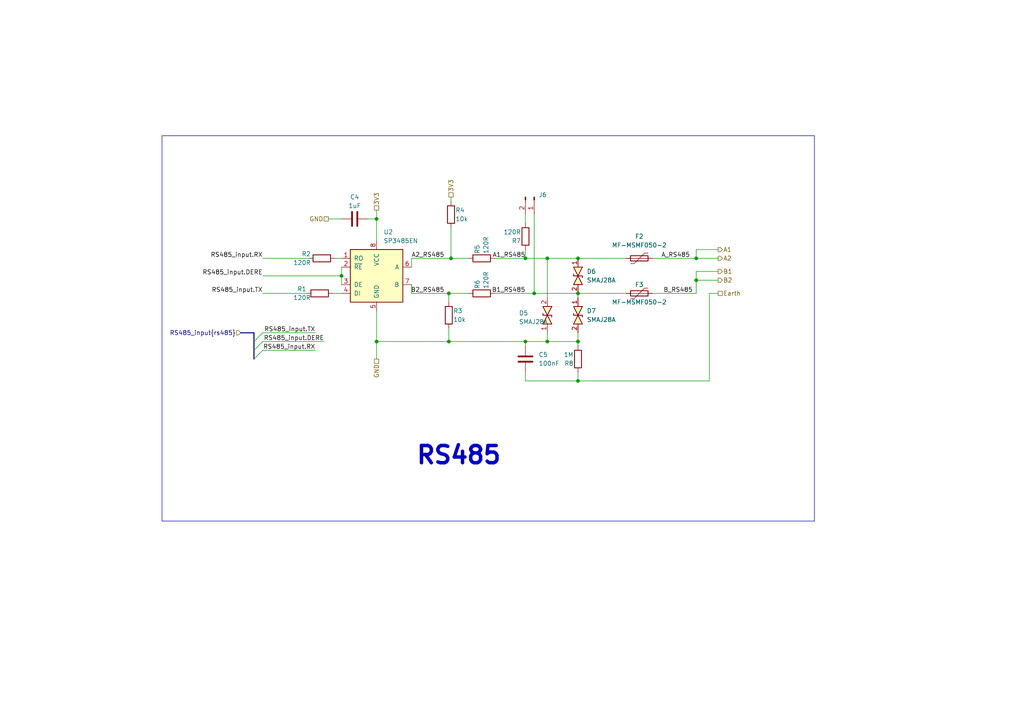
<source format=kicad_sch>
(kicad_sch (version 20231120) (generator "eeschema") (generator_version "8.0")
  (paper "A4")
  (lib_symbols
    (symbol "Connector:Conn_01x02_Male" (pin_names (offset 1.016) hide)
      (property "Reference" "J" (at 0 2.54 0))
      (property "Value" "Conn_01x02_Male" (at 0 -5.08 0))
      (symbol "Conn_01x02_Male_1_1"
        (polyline (pts (xy 1.27 -2.54) (xy 0.8636 -2.54)) (stroke (width 0.1524)))
        (polyline (pts (xy 1.27 0) (xy 0.8636 0)) (stroke (width 0.1524)))
        (rectangle (start 0.8636 -2.413) (end 0 -2.667) (stroke (width 0.1524)) (fill (type outline)))
        (rectangle (start 0.8636 0.127) (end 0 -0.127) (stroke (width 0.1524)) (fill (type outline)))
        (pin passive line (at 5.08 0 180) (length 3.81) (name "Pin_1") (number "1"))
        (pin passive line (at 5.08 -2.54 180) (length 3.81) (name "Pin_2") (number "2"))
      )
    )
    (symbol "Device:C" (pin_numbers hide) (pin_names (offset 0.254))
      (property "Reference" "C" (at 0.635 2.54 0))
      (property "Value" "C" (at 0.635 -2.54 0))
      (symbol "C_0_1"
        (polyline (pts (xy -2.032 -0.762) (xy 2.032 -0.762)) (stroke (width 0.508)))
        (polyline (pts (xy -2.032 0.762) (xy 2.032 0.762)) (stroke (width 0.508)))
      )
      (symbol "C_1_1"
        (pin passive line (at 0 3.81 270) (length 2.794) (name "~") (number "1"))
        (pin passive line (at 0 -3.81 90) (length 2.794) (name "~") (number "2"))
      )
    )
    (symbol "Device:Polyfuse" (pin_numbers hide) (pin_names (offset 0))
      (property "Reference" "F" (at -2.54 0 90))
      (property "Value" "Polyfuse" (at 2.54 0 90))
      (symbol "Polyfuse_0_1"
        (rectangle (start -0.762 2.54) (end 0.762 -2.54) (stroke (width 0.254)))
        (polyline (pts (xy 0 2.54) (xy 0 -2.54)))
        (polyline (pts (xy -1.524 2.54) (xy -1.524 1.524) (xy 1.524 -1.524) (xy 1.524 -2.54)))
      )
      (symbol "Polyfuse_1_1"
        (pin passive line (at 0 3.81 270) (length 1.27) (name "~") (number "1"))
        (pin passive line (at 0 -3.81 90) (length 1.27) (name "~") (number "2"))
      )
    )
    (symbol "Device:R" (pin_numbers hide) (pin_names (offset 0))
      (property "Reference" "R" (at 2.032 0 90))
      (property "Value" "R" (at 0 0 90))
      (symbol "R_0_1"
        (rectangle (start -1.016 -2.54) (end 1.016 2.54) (stroke (width 0.254)))
      )
      (symbol "R_1_1"
        (pin passive line (at 0 3.81 270) (length 1.27) (name "~") (number "1"))
        (pin passive line (at 0 -3.81 90) (length 1.27) (name "~") (number "2"))
      )
    )
    (symbol "IVS_SYMBOL_DIR:D_TVS"
      (property "Reference" "D" (at 0 2.286 0))
      (property "Value" "D_TVS" (at 0 -2.794 0))
      (symbol "D_TVS_0_1"
        (polyline (pts (xy -2.54 1.27) (xy 0 0) (xy -2.54 -1.27) (xy -2.54 1.27)) (stroke (width 0.254)) (fill (type background)))
        (polyline (pts (xy 0.508 1.27) (xy 0 1.27) (xy 0 -1.27) (xy -0.508 -1.27)) (stroke (width 0.254)))
        (polyline (pts (xy 2.54 -1.27) (xy 0 0) (xy 2.54 1.27) (xy 2.54 -1.27)) (stroke (width 0.254)) (fill (type background)))
      )
      (symbol "D_TVS_1_1"
        (pin passive line (at 5.08 0 180) (length 2.54) (name "") (number "1"))
        (pin passive line (at -5.08 0 0) (length 2.54) (name "") (number "2"))
      )
    )
    (symbol "Interface_UART:SP3485EN" (pin_names (offset 1.016))
      (property "Reference" "U" (at -7.62 8.89 0))
      (property "Value" "SP3485EN" (at 2.54 8.89 0))
      (symbol "SP3485EN_0_1"
        (rectangle (start -7.62 7.62) (end 7.62 -7.62) (stroke (width 0.254)) (fill (type background)))
      )
      (symbol "SP3485EN_1_1"
        (pin output line (at -10.16 5.08 0) (length 2.54) (name "RO") (number "1"))
        (pin input line (at -10.16 2.54 0) (length 2.54) (name "~{RE}") (number "2"))
        (pin input line (at -10.16 -2.54 0) (length 2.54) (name "DE") (number "3"))
        (pin input line (at -10.16 -5.08 0) (length 2.54) (name "DI") (number "4"))
        (pin power_in line (at 0 -10.16 90) (length 2.54) (name "GND") (number "5"))
        (pin bidirectional line (at 10.16 2.54 180) (length 2.54) (name "A") (number "6"))
        (pin bidirectional line (at 10.16 -2.54 180) (length 2.54) (name "B") (number "7"))
        (pin power_in line (at 0 10.16 270) (length 2.54) (name "VCC") (number "8"))
      )
    )
  )
  (junction (at 167.64 74.93))
  (junction (at 130.81 74.93))
  (junction (at 167.64 110.49))
  (junction (at 201.93 74.93))
  (junction (at 152.4 99.06))
  (junction (at 99.06 80.01))
  (junction (at 167.64 99.06))
  (junction (at 158.75 99.06))
  (junction (at 109.22 99.06))
  (junction (at 201.93 81.28))
  (junction (at 154.94 85.09))
  (junction (at 167.64 85.09))
  (junction (at 152.4 74.93))
  (junction (at 158.75 74.93))
  (junction (at 109.22 63.5))
  (junction (at 130.175 99.06))
  (junction (at 130.175 85.09))
  (bus_entry (at 76.2 96.52) (size -2.54 2.54))
  (bus_entry (at 76.2 99.06) (size -2.54 2.54))
  (bus_entry (at 76.2 101.6) (size -2.54 2.54))
  (wire (pts (xy 201.93 81.28) (xy 208.28 81.28)))
  (wire (pts (xy 76.2 96.52) (xy 91.44 96.52)))
  (wire (pts (xy 130.81 57.15) (xy 130.81 58.42)))
  (wire (pts (xy 152.4 72.39) (xy 152.4 74.93)))
  (polyline (pts (xy 46.99 151.13) (xy 236.22 151.13)))
  (wire (pts (xy 167.64 85.09) (xy 167.64 86.36)))
  (wire (pts (xy 119.38 74.93) (xy 130.81 74.93)))
  (wire (pts (xy 201.93 85.09) (xy 201.93 81.28)))
  (wire (pts (xy 130.81 66.04) (xy 130.81 74.93)))
  (wire (pts (xy 167.64 74.93) (xy 181.61 74.93)))
  (wire (pts (xy 152.4 110.49) (xy 167.64 110.49)))
  (wire (pts (xy 167.64 110.49) (xy 205.74 110.49)))
  (wire (pts (xy 130.81 74.93) (xy 135.89 74.93)))
  (wire (pts (xy 99.06 80.01) (xy 99.06 82.55)))
  (wire (pts (xy 97.155 74.93) (xy 99.06 74.93)))
  (wire (pts (xy 152.4 74.93) (xy 158.75 74.93)))
  (polyline (pts (xy 46.99 39.37) (xy 46.99 151.13)))
  (wire (pts (xy 143.51 74.93) (xy 152.4 74.93)))
  (wire (pts (xy 109.22 60.96) (xy 109.22 63.5)))
  (wire (pts (xy 95.25 63.5) (xy 99.06 63.5)))
  (wire (pts (xy 143.51 85.09) (xy 154.94 85.09)))
  (wire (pts (xy 106.68 63.5) (xy 109.22 63.5)))
  (wire (pts (xy 109.22 99.06) (xy 130.175 99.06)))
  (wire (pts (xy 205.74 110.49) (xy 205.74 85.09)))
  (wire (pts (xy 167.64 85.09) (xy 181.61 85.09)))
  (polyline (pts (xy 46.99 39.37) (xy 236.22 39.37)))
  (wire (pts (xy 119.38 82.55) (xy 119.38 85.09)))
  (wire (pts (xy 152.4 99.06) (xy 152.4 100.33)))
  (wire (pts (xy 119.38 77.47) (xy 119.38 74.93)))
  (wire (pts (xy 189.23 74.93) (xy 201.93 74.93)))
  (wire (pts (xy 130.175 85.09) (xy 130.175 87.63)))
  (bus (pts (xy 73.66 104.14) (xy 73.66 101.6)))
  (wire (pts (xy 99.06 77.47) (xy 99.06 80.01)))
  (wire (pts (xy 167.64 107.95) (xy 167.64 110.49)))
  (wire (pts (xy 130.175 99.06) (xy 152.4 99.06)))
  (wire (pts (xy 152.4 62.23) (xy 152.4 64.77)))
  (wire (pts (xy 189.23 85.09) (xy 201.93 85.09)))
  (wire (pts (xy 154.94 62.23) (xy 154.94 85.09)))
  (wire (pts (xy 76.2 101.6) (xy 91.44 101.6)))
  (wire (pts (xy 158.75 74.93) (xy 167.64 74.93)))
  (wire (pts (xy 208.28 72.39) (xy 201.93 72.39)))
  (wire (pts (xy 201.93 72.39) (xy 201.93 74.93)))
  (wire (pts (xy 76.2 85.09) (xy 88.9 85.09)))
  (wire (pts (xy 76.2 74.93) (xy 89.535 74.93)))
  (wire (pts (xy 158.75 96.52) (xy 158.75 99.06)))
  (wire (pts (xy 119.38 85.09) (xy 130.175 85.09)))
  (wire (pts (xy 205.74 85.09) (xy 208.28 85.09)))
  (wire (pts (xy 154.94 85.09) (xy 167.64 85.09)))
  (bus (pts (xy 73.66 99.06) (xy 73.66 96.52)))
  (wire (pts (xy 76.2 80.01) (xy 99.06 80.01)))
  (wire (pts (xy 109.22 99.06) (xy 109.22 90.17)))
  (wire (pts (xy 130.175 95.25) (xy 130.175 99.06)))
  (bus (pts (xy 69.85 96.52) (xy 73.66 96.52)))
  (wire (pts (xy 109.22 63.5) (xy 109.22 69.85)))
  (wire (pts (xy 152.4 107.95) (xy 152.4 110.49)))
  (wire (pts (xy 96.52 85.09) (xy 99.06 85.09)))
  (wire (pts (xy 76.2 99.06) (xy 93.98 99.06)))
  (wire (pts (xy 158.75 99.06) (xy 167.64 99.06)))
  (wire (pts (xy 201.93 74.93) (xy 208.28 74.93)))
  (wire (pts (xy 201.93 78.74) (xy 201.93 81.28)))
  (wire (pts (xy 167.64 99.06) (xy 167.64 100.33)))
  (wire (pts (xy 158.75 74.93) (xy 158.75 86.36)))
  (wire (pts (xy 109.22 99.06) (xy 109.22 104.14)))
  (wire (pts (xy 167.64 96.52) (xy 167.64 99.06)))
  (wire (pts (xy 152.4 99.06) (xy 158.75 99.06)))
  (polyline (pts (xy 236.22 151.13) (xy 236.22 39.37)))
  (wire (pts (xy 208.28 78.74) (xy 201.93 78.74)))
  (wire (pts (xy 130.175 85.09) (xy 135.89 85.09)))
  (bus (pts (xy 73.66 101.6) (xy 73.66 99.06)))
  (text "RS485" (at 120.396 135.128 0) (effects (font (size 5 5) (bold yes)) (justify left bottom)))
  (label "B2_RS485" (at 128.905 85.09 180))
  (label "B_RS485" (at 192.405 85.09 0))
  (label "RS485_input.RX" (at 76.2 74.93 180))
  (label "RS485_input.RX" (at 91.44 101.6 180))
  (label "A_RS485" (at 191.77 74.93 0))
  (label "RS485_input.DERE" (at 93.98 99.06 180))
  (label "RS485_input.DERE" (at 76.2 80.01 180))
  (label "RS485_input.TX" (at 76.2 85.09 180))
  (label "RS485_input.TX" (at 91.44 96.52 180))
  (label "A1_RS485" (at 152.4 74.93 180))
  (label "B1_RS485" (at 152.4 85.09 180))
  (label "A2_RS485" (at 128.905 74.93 180))
  (hierarchical_label "GND" (shape passive) (at 95.25 63.5 180))
  (hierarchical_label "A1" (shape output) (at 208.28 72.39 0))
  (hierarchical_label "3V3" (shape passive) (at 130.81 57.15 90))
  (hierarchical_label "RS485_input{rs485}" (shape input) (at 69.85 96.52 180))
  (hierarchical_label "3V3" (shape passive) (at 109.22 60.96 90))
  (hierarchical_label "A2" (shape output) (at 208.28 74.93 0))
  (hierarchical_label "B1" (shape output) (at 208.28 78.74 0))
  (hierarchical_label "GND" (shape passive) (at 109.22 104.14 270))
  (hierarchical_label "Earth" (shape passive) (at 208.28 85.09 0))
  (hierarchical_label "B2" (shape output) (at 208.28 81.28 0))
  (symbol (lib_id "Device:R") (at 139.7 85.09 90) (unit 1)
    (property "Reference" "R6" (at 138.43 83.82 0) (effects (justify left)))
    (property "Value" "120R" (at 140.97 83.82 0) (effects (justify left)))
    (property "Footprint" "SpiritBoi_Footprint_Library:R_0603" (effects (hide yes)))
    (instances (project "DongTamV2" (path "" (reference "R6") (unit 1))) (project "dongtam" (path "" (reference "R?") (unit 1))))
  )
  (symbol (lib_id "Device:C") (at 102.87 63.5 90) (unit 1)
    (property "Reference" "C4" (at 102.8763 57.15 90))
    (property "Value" "1uF" (at 102.8763 59.69 90))
    (property "Footprint" "SpiritBoi_Footprint_Library:C_0603" (effects (hide yes)))
    (instances (project "DongTamV2" (path "" (reference "C4") (unit 1))) (project "dongtam" (path "" (reference "C?") (unit 1))))
  )
  (symbol (lib_id "Device:R") (at 139.7 74.93 90) (unit 1)
    (property "Reference" "R5" (at 138.43 73.66 0) (effects (justify left)))
    (property "Value" "120R" (at 140.97 73.66 0) (effects (justify left)))
    (property "Footprint" "SpiritBoi_Footprint_Library:R_0603" (effects (hide yes)))
    (instances (project "DongTamV2" (path "" (reference "R5") (unit 1))) (project "dongtam" (path "" (reference "R?") (unit 1))))
  )
  (symbol (lib_id "IVS_SYMBOL_DIR:D_TVS") (at 167.64 91.44 90) (unit 1)
    (property "Reference" "D7" (at 170.18 90.1699 90) (effects (justify right)))
    (property "Value" "SMAJ28A" (at 170.18 92.7099 90) (effects (justify right)))
    (property "Footprint" "SpiritBoi_Footprint_Library:Package-Diode-D_SMA" (effects (hide yes)))
    (instances (project "DongTamV2" (path "" (reference "D7") (unit 1))) (project "dongtam" (path "" (reference "D?") (unit 1))))
  )
  (symbol (lib_id "Device:R") (at 130.175 91.44 0) (unit 1)
    (property "Reference" "R3" (at 131.445 90.17 0) (effects (justify left)))
    (property "Value" "10k" (at 131.445 92.71 0) (effects (justify left)))
    (property "Footprint" "SpiritBoi_Footprint_Library:R_0603" (effects (hide yes)))
    (instances (project "DongTamV2" (path "" (reference "R3") (unit 1))) (project "dongtam" (path "" (reference "R?") (unit 1))))
  )
  (symbol (lib_id "IVS_SYMBOL_DIR:D_TVS") (at 167.64 80.01 90) (unit 1)
    (property "Reference" "D6" (at 170.18 78.7399 90) (effects (justify right)))
    (property "Value" "SMAJ28A" (at 170.18 81.2799 90) (effects (justify right)))
    (property "Footprint" "SpiritBoi_Footprint_Library:Package-Diode-D_SMA" (effects (hide yes)))
    (instances (project "DongTamV2" (path "" (reference "D6") (unit 1))) (project "dongtam" (path "" (reference "D?") (unit 1))))
  )
  (symbol (lib_id "Device:R") (at 167.64 104.14 180) (unit 1)
    (property "Reference" "R8" (at 166.37 105.41 0) (effects (justify left)))
    (property "Value" "1M" (at 166.37 102.87 0) (effects (justify left)))
    (property "Footprint" "SpiritBoi_Footprint_Library:R_0603" (effects (hide yes)))
    (instances (project "DongTamV2" (path "" (reference "R8") (unit 1))) (project "dongtam" (path "" (reference "R?") (unit 1))))
  )
  (symbol (lib_id "Device:C") (at 152.4 104.14 180) (unit 1)
    (property "Reference" "C5" (at 156.21 102.8699 0) (effects (justify right)))
    (property "Value" "100nF" (at 156.21 105.4099 0) (effects (justify right)))
    (property "Footprint" "SpiritBoi_Footprint_Library:C_0603" (effects (hide yes)))
    (instances (project "DongTamV2" (path "" (reference "C5") (unit 1))) (project "dongtam" (path "" (reference "C?") (unit 1))))
  )
  (symbol (lib_id "Connector:Conn_01x02_Male") (at 154.94 57.15 270) (unit 1)
    (property "Reference" "J6" (at 156.21 56.5149 90) (effects (justify left)))
    (property "Value" "Conn_01x02_Male" (effects (hide yes)))
    (property "Footprint" "Connector_PinHeader_2.54mm:PinHeader_1x02_P2.54mm_Vertical" (effects (hide yes)))
    (instances (project "DongTamV2" (path "" (reference "J6") (unit 1))) (project "dongtam" (path "" (reference "J?") (unit 1))))
  )
  (symbol (lib_id "Device:R") (at 92.71 85.09 90) (unit 1)
    (property "Reference" "R1" (at 88.9 83.82 90) (effects (justify left)))
    (property "Value" "120R" (at 90.17 86.36 90) (effects (justify left)))
    (property "Footprint" "SpiritBoi_Footprint_Library:R_0603" (effects (hide yes)))
    (instances (project "DongTamV2" (path "" (reference "R1") (unit 1))) (project "dongtam" (path "" (reference "R?") (unit 1))))
  )
  (symbol (lib_id "Device:Polyfuse") (at 185.42 85.09 90) (unit 1)
    (property "Reference" "F3" (at 185.42 82.55 90))
    (property "Value" "MF-MSMF050-2" (at 185.42 87.63 90))
    (property "Footprint" "SpiritBoi_Footprint_Library:Fuse_1812_4532Metric" (effects (hide yes)))
    (instances (project "DongTamV2" (path "" (reference "F3") (unit 1))) (project "dongtam" (path "" (reference "F?") (unit 1))))
  )
  (symbol (lib_id "Device:Polyfuse") (at 185.42 74.93 90) (unit 1)
    (property "Reference" "F2" (at 185.42 68.58 90))
    (property "Value" "MF-MSMF050-2" (at 185.42 71.12 90))
    (property "Footprint" "SpiritBoi_Footprint_Library:Fuse_1812_4532Metric" (effects (hide yes)))
    (instances (project "DongTamV2" (path "" (reference "F2") (unit 1))) (project "dongtam" (path "" (reference "F?") (unit 1))))
  )
  (symbol (lib_id "Device:R") (at 93.345 74.93 90) (unit 1)
    (property "Reference" "R2" (at 90.17 73.66 90) (effects (justify left)))
    (property "Value" "120R" (at 90.17 76.2 90) (effects (justify left)))
    (property "Footprint" "SpiritBoi_Footprint_Library:R_0603" (effects (hide yes)))
    (instances (project "DongTamV2" (path "" (reference "R2") (unit 1))) (project "dongtam" (path "" (reference "R?") (unit 1))))
  )
  (symbol (lib_id "IVS_SYMBOL_DIR:D_TVS") (at 158.75 91.44 270) (unit 1)
    (property "Reference" "D5" (at 150.495 90.805 90) (effects (justify left)))
    (property "Value" "SMAJ28A" (at 150.495 93.345 90) (effects (justify left)))
    (property "Footprint" "SpiritBoi_Footprint_Library:Package-Diode-D_SMA" (effects (hide yes)))
    (instances (project "DongTamV2" (path "" (reference "D5") (unit 1))) (project "dongtam" (path "" (reference "D?") (unit 1))))
  )
  (symbol (lib_id "Device:R") (at 130.81 62.23 0) (unit 1)
    (property "Reference" "R4" (at 132.08 60.96 0) (effects (justify left)))
    (property "Value" "10k" (at 132.08 63.5 0) (effects (justify left)))
    (property "Footprint" "SpiritBoi_Footprint_Library:R_0603" (effects (hide yes)))
    (instances (project "DongTamV2" (path "" (reference "R4") (unit 1))) (project "dongtam" (path "" (reference "R?") (unit 1))))
  )
  (symbol (lib_id "Device:R") (at 152.4 68.58 180) (unit 1)
    (property "Reference" "R7" (at 151.13 69.85 0) (effects (justify left)))
    (property "Value" "120R" (at 151.13 67.31 0) (effects (justify left)))
    (property "Footprint" "SpiritBoi_Footprint_Library:R_0603" (effects (hide yes)))
    (instances (project "DongTamV2" (path "" (reference "R7") (unit 1))) (project "dongtam" (path "" (reference "R?") (unit 1))))
  )
  (symbol (lib_id "Interface_UART:SP3485EN") (at 109.22 80.01 0) (unit 1)
    (property "Reference" "U2" (at 111.2394 67.31 0) (effects (justify left)))
    (property "Value" "SP3485EN" (at 111.2394 69.85 0) (effects (justify left)))
    (property "Footprint" "SpiritBoi_Footprint_Library:Package-IC-Vert-SMD-1.27mm-8P-SOIC_8_Narrow_3.9x4.9mm" (effects (hide yes)))
    (property "Datasheet" "http://www.icbase.com/pdf/SPX/SPX00480106.pdf" (effects (hide yes)))
    (instances (project "DongTamV2" (path "" (reference "U2") (unit 1))) (project "dongtam" (path "" (reference "U?") (unit 1))))
  )
)
</source>
